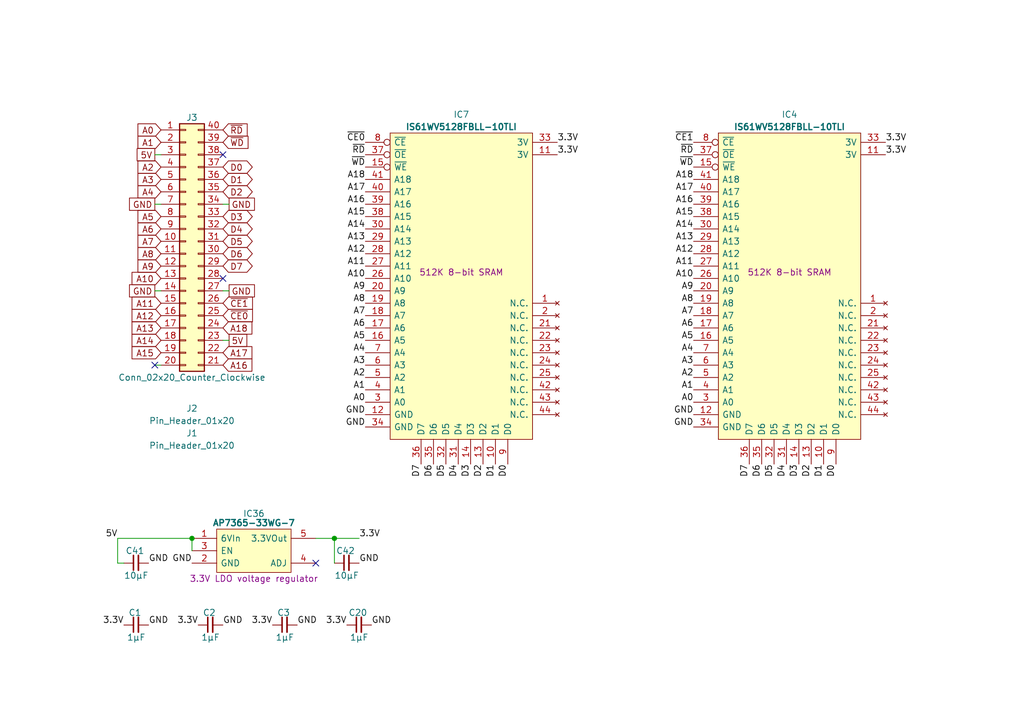
<source format=kicad_sch>
(kicad_sch (version 20250114) (generator "eeschema") (generator_version "9.0")
  (paper "A5")
  (title_block (title "HCP65 Coprocessor Memory") (date "2025-06-15") (rev "V0"))
  (lib_symbols
    (symbol "Connector_Generic:Conn_02x20_Counter_Clockwise" (pin_names (offset 1.016) (hide yes))
      (property "Reference" "J" (at 1.27 25.4 0))
      (property "Value" "Conn_02x20_Counter_Clockwise" (at 1.27 -27.94 0))
      (symbol "Conn_02x20_Counter_Clockwise_1_1"
        (rectangle (start -1.27 24.13) (end 3.81 -26.67) (stroke (width 0.254)) (fill (type background)))
        (rectangle (start -1.27 22.987) (end 0 22.733) (stroke (width 0.1524)))
        (rectangle (start -1.27 20.447) (end 0 20.193) (stroke (width 0.1524)))
        (rectangle (start -1.27 17.907) (end 0 17.653) (stroke (width 0.1524)))
        (rectangle (start -1.27 15.367) (end 0 15.113) (stroke (width 0.1524)))
        (rectangle (start -1.27 12.827) (end 0 12.573) (stroke (width 0.1524)))
        (rectangle (start -1.27 10.287) (end 0 10.033) (stroke (width 0.1524)))
        (rectangle (start -1.27 7.747) (end 0 7.493) (stroke (width 0.1524)))
        (rectangle (start -1.27 5.207) (end 0 4.953) (stroke (width 0.1524)))
        (rectangle (start -1.27 2.667) (end 0 2.413) (stroke (width 0.1524)))
        (rectangle (start -1.27 0.127) (end 0 -0.127) (stroke (width 0.1524)))
        (rectangle (start -1.27 -2.413) (end 0 -2.667) (stroke (width 0.1524)))
        (rectangle (start -1.27 -4.953) (end 0 -5.207) (stroke (width 0.1524)))
        (rectangle (start -1.27 -7.493) (end 0 -7.747) (stroke (width 0.1524)))
        (rectangle (start -1.27 -10.033) (end 0 -10.287) (stroke (width 0.1524)))
        (rectangle (start -1.27 -12.573) (end 0 -12.827) (stroke (width 0.1524)))
        (rectangle (start -1.27 -15.113) (end 0 -15.367) (stroke (width 0.1524)))
        (rectangle (start -1.27 -17.653) (end 0 -17.907) (stroke (width 0.1524)))
        (rectangle (start -1.27 -20.193) (end 0 -20.447) (stroke (width 0.1524)))
        (rectangle (start -1.27 -22.733) (end 0 -22.987) (stroke (width 0.1524)))
        (rectangle (start -1.27 -25.273) (end 0 -25.527) (stroke (width 0.1524)))
        (rectangle (start 3.81 22.987) (end 2.54 22.733) (stroke (width 0.1524)))
        (rectangle (start 3.81 20.447) (end 2.54 20.193) (stroke (width 0.1524)))
        (rectangle (start 3.81 17.907) (end 2.54 17.653) (stroke (width 0.1524)))
        (rectangle (start 3.81 15.367) (end 2.54 15.113) (stroke (width 0.1524)))
        (rectangle (start 3.81 12.827) (end 2.54 12.573) (stroke (width 0.1524)))
        (rectangle (start 3.81 10.287) (end 2.54 10.033) (stroke (width 0.1524)))
        (rectangle (start 3.81 7.747) (end 2.54 7.493) (stroke (width 0.1524)))
        (rectangle (start 3.81 5.207) (end 2.54 4.953) (stroke (width 0.1524)))
        (rectangle (start 3.81 2.667) (end 2.54 2.413) (stroke (width 0.1524)))
        (rectangle (start 3.81 0.127) (end 2.54 -0.127) (stroke (width 0.1524)))
        (rectangle (start 3.81 -2.413) (end 2.54 -2.667) (stroke (width 0.1524)))
        (rectangle (start 3.81 -4.953) (end 2.54 -5.207) (stroke (width 0.1524)))
        (rectangle (start 3.81 -7.493) (end 2.54 -7.747) (stroke (width 0.1524)))
        (rectangle (start 3.81 -10.033) (end 2.54 -10.287) (stroke (width 0.1524)))
        (rectangle (start 3.81 -12.573) (end 2.54 -12.827) (stroke (width 0.1524)))
        (rectangle (start 3.81 -15.113) (end 2.54 -15.367) (stroke (width 0.1524)))
        (rectangle (start 3.81 -17.653) (end 2.54 -17.907) (stroke (width 0.1524)))
        (rectangle (start 3.81 -20.193) (end 2.54 -20.447) (stroke (width 0.1524)))
        (rectangle (start 3.81 -22.733) (end 2.54 -22.987) (stroke (width 0.1524)))
        (rectangle (start 3.81 -25.273) (end 2.54 -25.527) (stroke (width 0.1524)))
        (pin passive line (at -5.08 22.86 0) (length 3.81) (name "Pin_1") (number "1"))
        (pin passive line (at -5.08 20.32 0) (length 3.81) (name "Pin_2") (number "2"))
        (pin passive line (at -5.08 17.78 0) (length 3.81) (name "Pin_3") (number "3"))
        (pin passive line (at -5.08 15.24 0) (length 3.81) (name "Pin_4") (number "4"))
        (pin passive line (at -5.08 12.7 0) (length 3.81) (name "Pin_5") (number "5"))
        (pin passive line (at -5.08 10.16 0) (length 3.81) (name "Pin_6") (number "6"))
        (pin passive line (at -5.08 7.62 0) (length 3.81) (name "Pin_7") (number "7"))
        (pin passive line (at -5.08 5.08 0) (length 3.81) (name "Pin_8") (number "8"))
        (pin passive line (at -5.08 2.54 0) (length 3.81) (name "Pin_9") (number "9"))
        (pin passive line (at -5.08 0 0) (length 3.81) (name "Pin_10") (number "10"))
        (pin passive line (at -5.08 -2.54 0) (length 3.81) (name "Pin_11") (number "11"))
        (pin passive line (at -5.08 -5.08 0) (length 3.81) (name "Pin_12") (number "12"))
        (pin passive line (at -5.08 -7.62 0) (length 3.81) (name "Pin_13") (number "13"))
        (pin passive line (at -5.08 -10.16 0) (length 3.81) (name "Pin_14") (number "14"))
        (pin passive line (at -5.08 -12.7 0) (length 3.81) (name "Pin_15") (number "15"))
        (pin passive line (at -5.08 -15.24 0) (length 3.81) (name "Pin_16") (number "16"))
        (pin passive line (at -5.08 -17.78 0) (length 3.81) (name "Pin_17") (number "17"))
        (pin passive line (at -5.08 -20.32 0) (length 3.81) (name "Pin_18") (number "18"))
        (pin passive line (at -5.08 -22.86 0) (length 3.81) (name "Pin_19") (number "19"))
        (pin passive line (at -5.08 -25.4 0) (length 3.81) (name "Pin_20") (number "20"))
        (pin passive line (at 7.62 22.86 180) (length 3.81) (name "Pin_40") (number "40"))
        (pin passive line (at 7.62 20.32 180) (length 3.81) (name "Pin_39") (number "39"))
        (pin passive line (at 7.62 17.78 180) (length 3.81) (name "Pin_38") (number "38"))
        (pin passive line (at 7.62 15.24 180) (length 3.81) (name "Pin_37") (number "37"))
        (pin passive line (at 7.62 12.7 180) (length 3.81) (name "Pin_36") (number "36"))
        (pin passive line (at 7.62 10.16 180) (length 3.81) (name "Pin_35") (number "35"))
        (pin passive line (at 7.62 7.62 180) (length 3.81) (name "Pin_34") (number "34"))
        (pin passive line (at 7.62 5.08 180) (length 3.81) (name "Pin_33") (number "33"))
        (pin passive line (at 7.62 2.54 180) (length 3.81) (name "Pin_32") (number "32"))
        (pin passive line (at 7.62 0 180) (length 3.81) (name "Pin_31") (number "31"))
        (pin passive line (at 7.62 -2.54 180) (length 3.81) (name "Pin_30") (number "30"))
        (pin passive line (at 7.62 -5.08 180) (length 3.81) (name "Pin_29") (number "29"))
        (pin passive line (at 7.62 -7.62 180) (length 3.81) (name "Pin_28") (number "28"))
        (pin passive line (at 7.62 -10.16 180) (length 3.81) (name "Pin_27") (number "27"))
        (pin passive line (at 7.62 -12.7 180) (length 3.81) (name "Pin_26") (number "26"))
        (pin passive line (at 7.62 -15.24 180) (length 3.81) (name "Pin_25") (number "25"))
        (pin passive line (at 7.62 -17.78 180) (length 3.81) (name "Pin_24") (number "24"))
        (pin passive line (at 7.62 -20.32 180) (length 3.81) (name "Pin_23") (number "23"))
        (pin passive line (at 7.62 -22.86 180) (length 3.81) (name "Pin_22") (number "22"))
        (pin passive line (at 7.62 -25.4 180) (length 3.81) (name "Pin_21") (number "21"))
      )
    )
    (symbol "Diodes_Inc:AP7365-33WG-7" (pin_names (offset 0.762))
      (property "Reference" "IC" (at 12.7 5.08 0))
      (property "Value" "AP7365-33WG-7" (at 12.7 3.175 0))
      (property "Description" "3.3V LDO voltage regulator" (at 12.7 -8.255 0))
      (symbol "AP7365-33WG-7_0_0"
        (pin input line (at 0 -2.54 0) (length 5.08) (name "EN") (number "3"))
        (pin passive line (at 0 -5.08 0) (length 5.08) (name "GND") (number "2"))
        (pin passive line (at 25.4 -5.08 180) (length 5.08) (name "ADJ") (number "4"))
      )
      (symbol "AP7365-33WG-7_0_1"
        (polyline (pts (xy 5.08 1.905) (xy 20.32 1.905) (xy 20.32 -6.985) (xy 5.08 -6.985) (xy 5.08 1.905)) (fill (type background)))
      )
      (symbol "AP7365-33WG-7_1_0"
        (pin passive line (at 0 0 0) (length 5.08) (name "6VIn") (number "1"))
        (pin passive line (at 25.4 0 180) (length 5.08) (name "3.3VOut") (number "5"))
      )
    )
    (symbol "HCP65:C_0805" (pin_numbers (hide yes)) (pin_names (offset 0.254) (hide yes))
      (property "Reference" "C" (at 2.286 2.54 0))
      (property "Value" "?μF" (at 2.54 -2.54 0))
      (symbol "C_0805_0_1"
        (polyline (pts (xy 1.9685 -1.4605) (xy 1.9685 1.5875)) (stroke (width 0.3048)))
        (polyline (pts (xy 2.9845 -1.4605) (xy 2.9845 1.5875)) (stroke (width 0.3302)))
      )
      (symbol "C_0805_1_1"
        (pin passive line (at 0 0 0) (length 2.032) (name "~") (number "1"))
        (pin passive line (at 5.08 0 180) (length 2.032) (name "~") (number "2"))
      )
    )
    (symbol "HCP65:Pin_Header_01x20" (pin_names (offset 1.016) (hide yes))
      (property "Reference" "J" (at 0 1.27 0))
      (property "Value" "Pin_Header_01x20" (at 0 -1.27 0))
    )
    (symbol "ISSI:IS61WV5128FBLL-10TLI" (pin_names (offset 0.762))
      (property "Reference" "IC" (at 19.685 5.715 0))
      (property "Value" "IS61WV5128FBLL-10TLI" (at 19.685 3.175 0))
      (property "Description" "512K 8-bit SRAM" (at 19.685 -26.67 0))
      (symbol "IS61WV5128FBLL-10TLI_0_0"
        (pin input inverted (at 0 -2.54 0) (length 5.08) (name "~{OE}") (number "37"))
        (pin input inverted (at 0 -5.08 0) (length 5.08) (name "~{WE}") (number "15"))
        (pin input line (at 0 -7.62 0) (length 5.08) (name "A18") (number "41"))
        (pin input line (at 0 -10.16 0) (length 5.08) (name "A17") (number "40"))
        (pin input line (at 0 -12.7 0) (length 5.08) (name "A16") (number "39"))
        (pin input line (at 0 -15.24 0) (length 5.08) (name "A15") (number "38"))
        (pin input line (at 0 -17.78 0) (length 5.08) (name "A14") (number "30"))
        (pin input line (at 0 -20.32 0) (length 5.08) (name "A13") (number "29"))
        (pin input line (at 0 -22.86 0) (length 5.08) (name "A12") (number "28"))
        (pin input line (at 0 -25.4 0) (length 5.08) (name "A11") (number "27"))
        (pin input line (at 0 -27.94 0) (length 5.08) (name "A10") (number "26"))
        (pin input line (at 0 -30.48 0) (length 5.08) (name "A9") (number "20"))
        (pin input line (at 0 -33.02 0) (length 5.08) (name "A8") (number "19"))
        (pin input line (at 0 -35.56 0) (length 5.08) (name "A7") (number "18"))
        (pin input line (at 0 -38.1 0) (length 5.08) (name "A6") (number "17"))
        (pin input line (at 0 -40.64 0) (length 5.08) (name "A5") (number "16"))
        (pin input line (at 0 -43.18 0) (length 5.08) (name "A4") (number "7"))
        (pin input line (at 0 -45.72 0) (length 5.08) (name "A3") (number "6"))
        (pin input line (at 0 -48.26 0) (length 5.08) (name "A2") (number "5"))
        (pin input line (at 0 -50.8 0) (length 5.08) (name "A1") (number "4"))
        (pin input line (at 0 -53.34 0) (length 5.08) (name "A0") (number "3"))
        (pin passive line (at 0 -58.42 0) (length 5.08) (name "GND") (number "34"))
        (pin tri_state line (at 11.43 -66.04 90) (length 5.08) (name "D7") (number "36"))
        (pin tri_state line (at 13.97 -66.04 90) (length 5.08) (name "D6") (number "35"))
        (pin tri_state line (at 16.51 -66.04 90) (length 5.08) (name "D5") (number "32"))
        (pin tri_state line (at 19.05 -66.04 90) (length 5.08) (name "D4") (number "31"))
        (pin tri_state line (at 21.59 -66.04 90) (length 5.08) (name "D3") (number "14"))
        (pin tri_state line (at 24.13 -66.04 90) (length 5.08) (name "D2") (number "13"))
        (pin tri_state line (at 26.67 -66.04 90) (length 5.08) (name "D1") (number "10"))
        (pin tri_state line (at 29.21 -66.04 90) (length 5.08) (name "D0") (number "9"))
        (pin passive line (at 39.37 0 180) (length 5.08) (name "3V") (number "33"))
        (pin no_connect line (at 39.37 -33.02 180) (length 5.08) (name "N.C.") (number "1"))
        (pin no_connect line (at 39.37 -35.56 180) (length 5.08) (name "N.C.") (number "2"))
        (pin no_connect line (at 39.37 -38.1 180) (length 5.08) (name "N.C.") (number "21"))
        (pin no_connect line (at 39.37 -40.64 180) (length 5.08) (name "N.C.") (number "22"))
        (pin no_connect line (at 39.37 -43.18 180) (length 5.08) (name "N.C.") (number "23"))
        (pin no_connect line (at 39.37 -45.72 180) (length 5.08) (name "N.C.") (number "24"))
        (pin no_connect line (at 39.37 -48.26 180) (length 5.08) (name "N.C.") (number "25"))
      )
      (symbol "IS61WV5128FBLL-10TLI_0_1"
        (polyline (pts (xy 5.08 1.905) (xy 34.29 1.905) (xy 34.29 -60.96) (xy 5.08 -60.96) (xy 5.08 1.905)) (stroke (width 0.1524)) (fill (type background)))
      )
      (symbol "IS61WV5128FBLL-10TLI_1_0"
        (pin input inverted (at 0 0 0) (length 5.08) (name "~{CE}") (number "8"))
        (pin passive line (at 0 -55.88 0) (length 5.08) (name "GND") (number "12"))
        (pin passive line (at 39.37 -2.54 180) (length 5.08) (name "3V") (number "11"))
        (pin no_connect line (at 39.37 -50.8 180) (length 5.08) (name "N.C.") (number "42"))
        (pin no_connect line (at 39.37 -53.34 180) (length 5.08) (name "N.C.") (number "43"))
        (pin no_connect line (at 39.37 -55.88 180) (length 5.08) (name "N.C.") (number "44"))
      )
    )
  )
  (junction (at 39.37 110.49))
  (junction (at 68.58 110.49))
  (no_connect (at 64.77 115.57))
  (no_connect (at 31.75 74.93))
  (no_connect (at 45.72 31.75))
  (no_connect (at 45.72 57.15))
  (wire (pts (xy 46.99 59.69) (xy 45.72 59.69)))
  (wire (pts (xy 64.77 110.49) (xy 68.58 110.49)))
  (wire (pts (xy 46.99 69.85) (xy 45.72 69.85)))
  (wire (pts (xy 68.58 115.57) (xy 68.58 110.49)))
  (wire (pts (xy 31.75 59.69) (xy 33.02 59.69)))
  (wire (pts (xy 24.13 110.49) (xy 24.13 115.57)))
  (wire (pts (xy 24.13 115.57) (xy 25.4 115.57)))
  (wire (pts (xy 39.37 110.49) (xy 39.37 113.03)))
  (wire (pts (xy 46.99 41.91) (xy 45.72 41.91)))
  (wire (pts (xy 31.75 41.91) (xy 33.02 41.91)))
  (wire (pts (xy 31.75 74.93) (xy 33.02 74.93)))
  (wire (pts (xy 24.13 110.49) (xy 39.37 110.49)))
  (wire (pts (xy 31.75 31.75) (xy 33.02 31.75)))
  (wire (pts (xy 68.58 110.49) (xy 73.66 110.49)))
  (label "A0" (at 142.24 82.55 180))
  (label "A12" (at 142.24 52.07 180))
  (label "D7" (at 86.36 95.25 270))
  (label "3.3V" (at 114.3 31.75 0))
  (label "A7" (at 142.24 64.77 180))
  (label "D5" (at 91.44 95.25 270))
  (label "A5" (at 74.93 69.85 180))
  (label "GND" (at 60.96 128.27 0))
  (label "A4" (at 74.93 72.39 180))
  (label "D2" (at 166.37 95.25 270))
  (label "~{CE1}" (at 142.24 29.21 180))
  (label "~{RD}" (at 74.93 31.75 180))
  (label "~{CE0}" (at 74.93 29.21 180))
  (label "GND" (at 142.24 87.63 180))
  (label "~{WD}" (at 74.93 34.29 180))
  (label "3.3V" (at 181.61 29.21 0))
  (label "~{WD}" (at 142.24 34.29 180))
  (label "GND" (at 73.66 115.57 0))
  (label "GND" (at 39.37 115.57 180))
  (label "D2" (at 99.06 95.25 270))
  (label "A8" (at 74.93 62.23 180))
  (label "A9" (at 142.24 59.69 180))
  (label "GND" (at 45.72 128.27 0))
  (label "A5" (at 142.24 69.85 180))
  (label "GND" (at 74.93 85.09 180))
  (label "D4" (at 93.98 95.25 270))
  (label "A11" (at 142.24 54.61 180))
  (label "A8" (at 142.24 62.23 180))
  (label "A14" (at 142.24 46.99 180))
  (label "D6" (at 156.21 95.25 270))
  (label "3.3V" (at 114.3 29.21 0))
  (label "A17" (at 74.93 39.37 180))
  (label "A18" (at 74.93 36.83 180))
  (label "A1" (at 142.24 80.01 180))
  (label "5V" (at 24.13 110.49 180))
  (label "A2" (at 74.93 77.47 180))
  (label "A11" (at 74.93 54.61 180))
  (label "GND" (at 142.24 85.09 180))
  (label "A12" (at 74.93 52.07 180))
  (label "A1" (at 74.93 80.01 180))
  (label "A2" (at 142.24 77.47 180))
  (label "3.3V" (at 73.66 110.49 0))
  (label "A16" (at 74.93 41.91 180))
  (label "A3" (at 142.24 74.93 180))
  (label "3.3V" (at 25.4 128.27 180))
  (label "A6" (at 74.93 67.31 180))
  (label "A7" (at 74.93 64.77 180))
  (label "A6" (at 142.24 67.31 180))
  (label "A4" (at 142.24 72.39 180))
  (label "D3" (at 96.52 95.25 270))
  (label "A10" (at 74.93 57.15 180))
  (label "A13" (at 142.24 49.53 180))
  (label "A18" (at 142.24 36.83 180))
  (label "3.3V" (at 55.88 128.27 180))
  (label "D0" (at 171.45 95.25 270))
  (label "3.3V" (at 181.61 31.75 0))
  (label "D4" (at 161.29 95.25 270))
  (label "D5" (at 158.75 95.25 270))
  (label "A10" (at 142.24 57.15 180))
  (label "D7" (at 153.67 95.25 270))
  (label "A15" (at 142.24 44.45 180))
  (label "A0" (at 74.93 82.55 180))
  (label "A16" (at 142.24 41.91 180))
  (label "A15" (at 74.93 44.45 180))
  (label "D1" (at 168.91 95.25 270))
  (label "GND" (at 76.2 128.27 0))
  (label "A9" (at 74.93 59.69 180))
  (label "3.3V" (at 71.12 128.27 180))
  (label "3.3V" (at 40.64 128.27 180))
  (label "GND" (at 30.48 128.27 0))
  (label "D0" (at 104.14 95.25 270))
  (label "A14" (at 74.93 46.99 180))
  (label "GND" (at 74.93 87.63 180))
  (label "A13" (at 74.93 49.53 180))
  (label "~{RD}" (at 142.24 31.75 180))
  (label "GND" (at 30.48 115.57 0))
  (label "A17" (at 142.24 39.37 180))
  (label "A3" (at 74.93 74.93 180))
  (label "D1" (at 101.6 95.25 270))
  (label "D6" (at 88.9 95.25 270))
  (label "D3" (at 163.83 95.25 270))
  (global_label "D0" (shape tri_state) (at 45.72 34.29 0) (property "Intersheetrefs" "${INTERSHEET_REFS}" (effects (hide yes))))
  (global_label "A7" (shape input) (at 33.02 49.53 180) (property "Intersheetrefs" "${INTERSHEET_REFS}" (effects (hide yes))))
  (global_label "A10" (shape input) (at 33.02 57.15 180) (property "Intersheetrefs" "${INTERSHEET_REFS}" (effects (hide yes))))
  (global_label "D6" (shape tri_state) (at 45.72 52.07 0) (property "Intersheetrefs" "${INTERSHEET_REFS}" (effects (hide yes))))
  (global_label "GND" (shape passive) (at 31.75 59.69 180) (property "Intersheetrefs" "${INTERSHEET_REFS}" (effects (hide yes))))
  (global_label "~{WD}" (shape input) (at 45.72 29.21 0) (property "Intersheetrefs" "${INTERSHEET_REFS}" (effects (hide yes))))
  (global_label "A6" (shape input) (at 33.02 46.99 180) (property "Intersheetrefs" "${INTERSHEET_REFS}" (effects (hide yes))))
  (global_label "~{CE1}" (shape input) (at 45.72 62.23 0) (property "Intersheetrefs" "${INTERSHEET_REFS}" (effects (hide yes))))
  (global_label "GND" (shape passive) (at 31.75 41.91 180) (property "Intersheetrefs" "${INTERSHEET_REFS}" (effects (hide yes))))
  (global_label "D3" (shape tri_state) (at 45.72 44.45 0) (property "Intersheetrefs" "${INTERSHEET_REFS}" (effects (hide yes))))
  (global_label "D1" (shape tri_state) (at 45.72 36.83 0) (property "Intersheetrefs" "${INTERSHEET_REFS}" (effects (hide yes))))
  (global_label "A18" (shape input) (at 45.72 67.31 0) (property "Intersheetrefs" "${INTERSHEET_REFS}" (effects (hide yes))))
  (global_label "5V" (shape passive) (at 46.99 69.85 0) (property "Intersheetrefs" "${INTERSHEET_REFS}" (effects (hide yes))))
  (global_label "~{RD}" (shape input) (at 45.72 26.67 0) (property "Intersheetrefs" "${INTERSHEET_REFS}" (effects (hide yes))))
  (global_label "A8" (shape input) (at 33.02 52.07 180) (property "Intersheetrefs" "${INTERSHEET_REFS}" (effects (hide yes))))
  (global_label "A11" (shape input) (at 33.02 62.23 180) (property "Intersheetrefs" "${INTERSHEET_REFS}" (effects (hide yes))))
  (global_label "A13" (shape input) (at 33.02 67.31 180) (property "Intersheetrefs" "${INTERSHEET_REFS}" (effects (hide yes))))
  (global_label "A16" (shape input) (at 45.72 74.93 0) (property "Intersheetrefs" "${INTERSHEET_REFS}" (effects (hide yes))))
  (global_label "GND" (shape passive) (at 46.99 59.69 0) (property "Intersheetrefs" "${INTERSHEET_REFS}" (effects (hide yes))))
  (global_label "A0" (shape input) (at 33.02 26.67 180) (property "Intersheetrefs" "${INTERSHEET_REFS}" (effects (hide yes))))
  (global_label "A17" (shape input) (at 45.72 72.39 0) (property "Intersheetrefs" "${INTERSHEET_REFS}" (effects (hide yes))))
  (global_label "A9" (shape input) (at 33.02 54.61 180) (property "Intersheetrefs" "${INTERSHEET_REFS}" (effects (hide yes))))
  (global_label "A2" (shape input) (at 33.02 34.29 180) (property "Intersheetrefs" "${INTERSHEET_REFS}" (effects (hide yes))))
  (global_label "D2" (shape tri_state) (at 45.72 39.37 0) (property "Intersheetrefs" "${INTERSHEET_REFS}" (effects (hide yes))))
  (global_label "5V" (shape passive) (at 31.75 31.75 180) (property "Intersheetrefs" "${INTERSHEET_REFS}" (effects (hide yes))))
  (global_label "GND" (shape passive) (at 46.99 41.91 0) (property "Intersheetrefs" "${INTERSHEET_REFS}" (effects (hide yes))))
  (global_label "A14" (shape input) (at 33.02 69.85 180) (property "Intersheetrefs" "${INTERSHEET_REFS}" (effects (hide yes))))
  (global_label "D4" (shape tri_state) (at 45.72 46.99 0) (property "Intersheetrefs" "${INTERSHEET_REFS}" (effects (hide yes))))
  (global_label "D5" (shape tri_state) (at 45.72 49.53 0) (property "Intersheetrefs" "${INTERSHEET_REFS}" (effects (hide yes))))
  (global_label "A4" (shape input) (at 33.02 39.37 180) (property "Intersheetrefs" "${INTERSHEET_REFS}" (effects (hide yes))))
  (global_label "A12" (shape input) (at 33.02 64.77 180) (property "Intersheetrefs" "${INTERSHEET_REFS}" (effects (hide yes))))
  (global_label "D7" (shape tri_state) (at 45.72 54.61 0) (property "Intersheetrefs" "${INTERSHEET_REFS}" (effects (hide yes))))
  (global_label "A15" (shape input) (at 33.02 72.39 180) (property "Intersheetrefs" "${INTERSHEET_REFS}" (effects (hide yes))))
  (global_label "A3" (shape input) (at 33.02 36.83 180) (property "Intersheetrefs" "${INTERSHEET_REFS}" (effects (hide yes))))
  (global_label "~{CE0}" (shape input) (at 45.72 64.77 0) (property "Intersheetrefs" "${INTERSHEET_REFS}" (effects (hide yes))))
  (global_label "A1" (shape input) (at 33.02 29.21 180) (property "Intersheetrefs" "${INTERSHEET_REFS}" (effects (hide yes))))
  (global_label "A5" (shape input) (at 33.02 44.45 180) (property "Intersheetrefs" "${INTERSHEET_REFS}" (effects (hide yes))))
  (symbol (lib_id "HCP65:Pin_Header_01x20") (at 39.37 85.09 0) (mirror y) (unit 1)
    (property "Reference" "J2" (at 39.37 83.82 0))
    (property "Value" "Pin_Header_01x20" (at 39.37 86.36 0))
    (property "Footprint" "SamacSys_Parts:PinHeader_1x20_P2.54mm_Vertical" (effects (hide yes)))
  )
  (symbol (lib_id "HCP65:C_0805") (at 68.58 115.57 0) (unit 1)
    (property "Reference" "C42" (at 70.866 113.03 0))
    (property "Value" "10μF" (at 71.12 118.11 0))
    (property "Footprint" "SamacSys_Parts:C_0805" (effects (hide yes)))
  )
  (symbol (lib_id "HCP65:C_0805") (at 25.4 128.27 0) (unit 1)
    (property "Reference" "C1" (at 27.686 125.73 0))
    (property "Value" "1μF" (at 27.94 130.81 0))
    (property "Footprint" "SamacSys_Parts:C_0805" (effects (hide yes)))
  )
  (symbol (lib_id "HCP65:C_0805") (at 71.12 128.27 0) (unit 1)
    (property "Reference" "C20" (at 73.406 125.73 0))
    (property "Value" "1μF" (at 73.66 130.81 0))
    (property "Footprint" "SamacSys_Parts:C_0805" (effects (hide yes)))
  )
  (symbol (lib_id "HCP65:C_0805") (at 55.88 128.27 0) (unit 1)
    (property "Reference" "C3" (at 58.166 125.73 0))
    (property "Value" "1μF" (at 58.42 130.81 0))
    (property "Footprint" "SamacSys_Parts:C_0805" (effects (hide yes)))
  )
  (symbol (lib_id "HCP65:C_0805") (at 25.4 115.57 0) (unit 1)
    (property "Reference" "C41" (at 27.686 113.03 0))
    (property "Value" "10μF" (at 27.94 118.11 0))
    (property "Footprint" "SamacSys_Parts:C_0805" (effects (hide yes)))
  )
  (symbol (lib_id "ISSI:IS61WV5128FBLL-10TLI") (at 74.93 29.21 0) (unit 1)
    (property "Reference" "IC7" (at 94.615 23.495 0))
    (property "Value" "IS61WV5128FBLL-10TLI" (at 94.615 26.035 0) (effects (font (thickness 0.254) (bold yes))))
    (property "Footprint" "SamacSys_Parts:SOP80P1176X120-44N" (effects (hide yes)))
    (property "Datasheet" "https://www.arrow.com/en/products/is61wv5128fbll-10tli/integrated-silicon-solution-inc" (effects (hide yes)))
    (property "Description" "512K 8-bit SRAM" (at 94.615 55.88 0))
    (property "Height" "1.2" (effects (hide yes)))
    (property "Manufacturer_Name" "Integrated Silicon Solution Inc." (effects (hide yes)))
    (property "Manufacturer_Part_Number" "IS61WV5128FBLL-10TLI" (effects (hide yes)))
    (property "Silkscreen" "IS61WV5128" (effects (hide yes)))
  )
  (symbol (lib_id "Diodes_Inc:AP7365-33WG-7") (at 39.37 110.49 0) (unit 1)
    (property "Reference" "IC36" (at 52.07 105.41 0))
    (property "Value" "AP7365-33WG-7" (at 52.07 107.315 0) (effects (font (bold yes))))
    (property "Footprint" "SamacSys_Parts:SOT95P285X130-5N" (effects (hide yes)))
    (property "Datasheet" "https://componentsearchengine.com/Datasheets/1/AP7365-33WG-7.pdf" (effects (hide yes)))
    (property "Description" "3.3V LDO voltage regulator" (at 52.07 118.745 0))
    (property "Height" "1.3" (effects (hide yes)))
    (property "Manufacturer_Name" "Diodes Inc." (effects (hide yes)))
    (property "Manufacturer_Part_Number" "AP7365-33WG-7" (effects (hide yes)))
    (property "Mouser Part Number" "621-AP7365-33WG-7" (effects (hide yes)))
    (property "Mouser Price/Stock" "https://www.mouser.co.uk/ProductDetail/Diodes-Incorporated/AP7365-33WG-7?qs=abZ1nkZpTuOZFvxvoFPL0w%3D%3D" (effects (hide yes)))
    (property "Arrow Part Number" "AP7365-33WG-7" (effects (hide yes)))
    (property "Arrow Price/Stock" "https://www.arrow.com/en/products/ap7365-33wg-7/diodes-incorporated?region=nac" (effects (hide yes)))
    (property "Silkscreen" "AP7365" (effects (hide yes)))
  )
  (symbol (lib_id "Connector_Generic:Conn_02x20_Counter_Clockwise") (at 38.1 49.53 0) (unit 1)
    (property "Reference" "J3" (at 39.37 24.13 0))
    (property "Value" "Conn_02x20_Counter_Clockwise" (at 39.37 77.47 0))
    (property "Footprint" "SamacSys_Parts:DIP-40_Board_W22.86mm" (effects (hide yes)))
    (property "Description" "Generic connector, double row, 02x20, counter clockwise pin numbering scheme (similar to DIP package numbering), script generated (kicad-library-utils/schlib/autogen/connector/)" (effects (hide yes)))
  )
  (symbol (lib_id "ISSI:IS61WV5128FBLL-10TLI") (at 142.24 29.21 0) (unit 1)
    (property "Reference" "IC4" (at 161.925 23.495 0))
    (property "Value" "IS61WV5128FBLL-10TLI" (at 161.925 26.035 0) (effects (font (thickness 0.254) (bold yes))))
    (property "Footprint" "SamacSys_Parts:SOP80P1176X120-44N" (effects (hide yes)))
    (property "Datasheet" "https://www.arrow.com/en/products/is61wv5128fbll-10tli/integrated-silicon-solution-inc" (effects (hide yes)))
    (property "Description" "512K 8-bit SRAM" (at 161.925 55.88 0))
    (property "Height" "1.2" (effects (hide yes)))
    (property "Manufacturer_Name" "Integrated Silicon Solution Inc." (effects (hide yes)))
    (property "Manufacturer_Part_Number" "IS61WV5128FBLL-10TLI" (effects (hide yes)))
    (property "Silkscreen" "IS61WV5128" (effects (hide yes)))
  )
  (symbol (lib_id "HCP65:C_0805") (at 40.64 128.27 0) (unit 1)
    (property "Reference" "C2" (at 42.926 125.73 0))
    (property "Value" "1μF" (at 43.18 130.81 0))
    (property "Footprint" "SamacSys_Parts:C_0805" (effects (hide yes)))
  )
  (symbol (lib_id "HCP65:Pin_Header_01x20") (at 39.37 90.17 0) (unit 1)
    (property "Reference" "J1" (at 39.37 88.9 0))
    (property "Value" "Pin_Header_01x20" (at 39.37 91.44 0))
    (property "Footprint" "SamacSys_Parts:PinHeader_1x20_P2.54mm_Vertical" (effects (hide yes)))
  )
)
</source>
